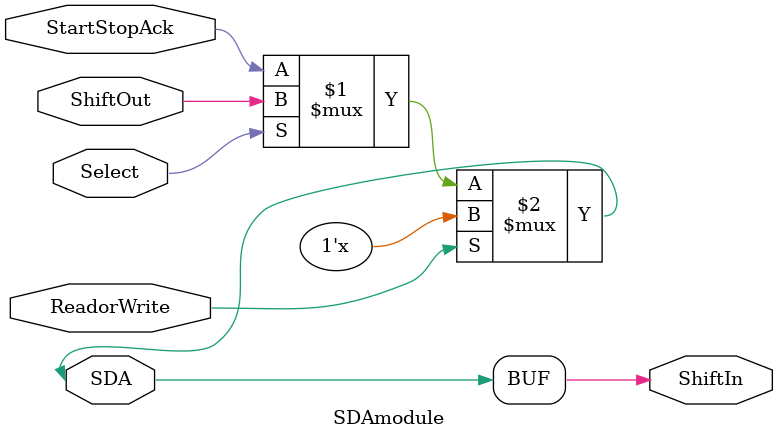
<source format=v>
`timescale 1ns / 1ps
module SDAmodule(SDA, ReadorWrite, Select, StartStopAck, ShiftIn, ShiftOut);
input ReadorWrite, Select, ShiftOut, StartStopAck;
output ShiftIn;
inout SDA;

assign SDA = (ReadorWrite) ? 1'bZ : ((Select) ? ShiftOut : StartStopAck);
assign ShiftIn = SDA;
endmodule

</source>
